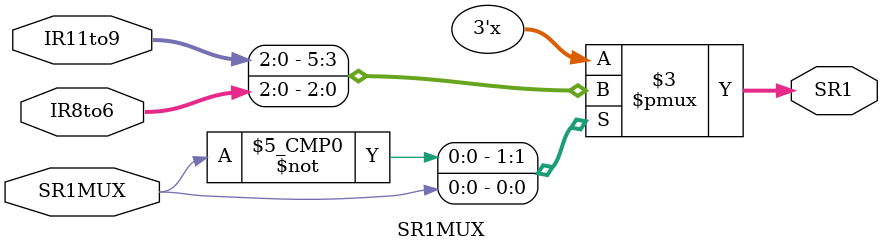
<source format=v>
`timescale 1ns / 1ps


module SR1MUX(
    input [2:0] IR11to9,
    input [2:0] IR8to6,
    input SR1MUX,
    output reg [2:0] SR1
    );

    initial SR1 = 0;

    always @(*) begin
        case (SR1MUX) 
            2'b00: SR1 = IR11to9;
            2'b01: SR1 = IR8to6;
            2'b10: SR1 = 3'b110;
            default: SR1 = 0;
        endcase
    end

endmodule

</source>
